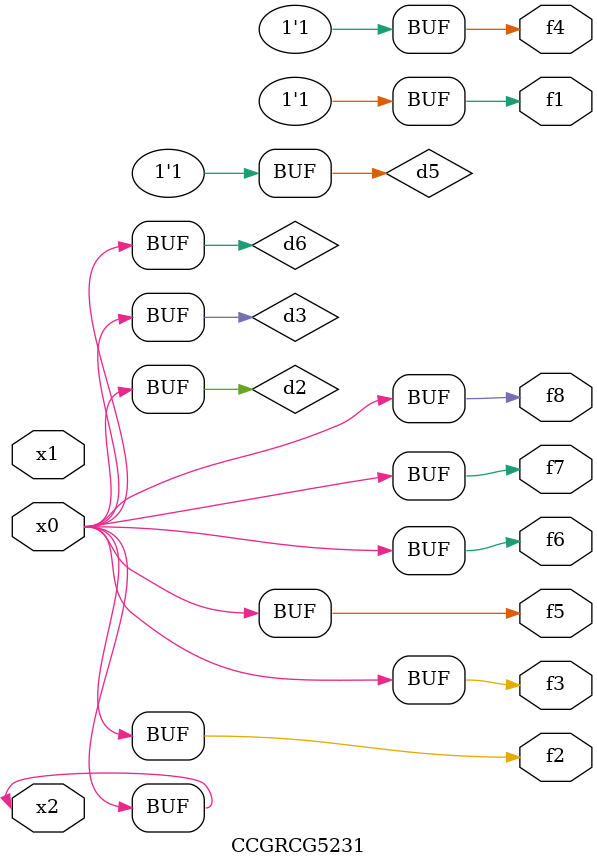
<source format=v>
module CCGRCG5231(
	input x0, x1, x2,
	output f1, f2, f3, f4, f5, f6, f7, f8
);

	wire d1, d2, d3, d4, d5, d6;

	xnor (d1, x2);
	buf (d2, x0, x2);
	and (d3, x0);
	xnor (d4, x1, x2);
	nand (d5, d1, d3);
	buf (d6, d2, d3);
	assign f1 = d5;
	assign f2 = d6;
	assign f3 = d6;
	assign f4 = d5;
	assign f5 = d6;
	assign f6 = d6;
	assign f7 = d6;
	assign f8 = d6;
endmodule

</source>
